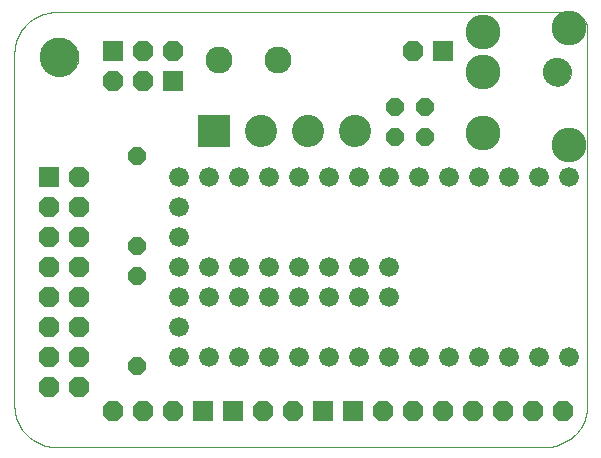
<source format=gbs>
G75*
G70*
%OFA0B0*%
%FSLAX24Y24*%
%IPPOS*%
%LPD*%
%AMOC8*
5,1,8,0,0,1.08239X$1,22.5*
%
%ADD10C,0.0000*%
%ADD11C,0.1073*%
%ADD12R,0.1073X0.1073*%
%ADD13C,0.0900*%
%ADD14R,0.0680X0.0680*%
%ADD15OC8,0.0680*%
%ADD16C,0.1162*%
%ADD17C,0.0946*%
%ADD18C,0.1300*%
%ADD19OC8,0.0600*%
%ADD20C,0.0660*%
D10*
X001600Y004500D02*
X017900Y004500D01*
X017973Y004502D01*
X018046Y004508D01*
X018119Y004517D01*
X018191Y004531D01*
X018262Y004548D01*
X018333Y004569D01*
X018402Y004593D01*
X018469Y004621D01*
X018536Y004653D01*
X018600Y004688D01*
X018662Y004726D01*
X018723Y004767D01*
X018781Y004812D01*
X018837Y004860D01*
X018890Y004910D01*
X018940Y004963D01*
X018988Y005019D01*
X019033Y005077D01*
X019074Y005138D01*
X019112Y005200D01*
X019147Y005264D01*
X019179Y005331D01*
X019207Y005398D01*
X019231Y005467D01*
X019252Y005538D01*
X019269Y005609D01*
X019283Y005681D01*
X019292Y005754D01*
X019298Y005827D01*
X019300Y005900D01*
X019300Y018400D01*
X019301Y018445D01*
X019297Y018491D01*
X019290Y018536D01*
X019280Y018580D01*
X019266Y018623D01*
X019249Y018665D01*
X019228Y018706D01*
X019205Y018745D01*
X019178Y018782D01*
X019148Y018816D01*
X019116Y018848D01*
X019082Y018878D01*
X019045Y018905D01*
X019006Y018928D01*
X018965Y018949D01*
X018923Y018966D01*
X018880Y018980D01*
X018836Y018990D01*
X018791Y018997D01*
X018745Y019001D01*
X018700Y019000D01*
X001600Y019000D01*
X001527Y018998D01*
X001454Y018992D01*
X001381Y018983D01*
X001309Y018969D01*
X001238Y018952D01*
X001167Y018931D01*
X001098Y018907D01*
X001031Y018879D01*
X000964Y018847D01*
X000900Y018812D01*
X000838Y018774D01*
X000777Y018733D01*
X000719Y018688D01*
X000663Y018640D01*
X000610Y018590D01*
X000560Y018537D01*
X000512Y018481D01*
X000467Y018423D01*
X000426Y018362D01*
X000388Y018300D01*
X000353Y018236D01*
X000321Y018169D01*
X000293Y018102D01*
X000269Y018033D01*
X000248Y017962D01*
X000231Y017891D01*
X000217Y017819D01*
X000208Y017746D01*
X000202Y017673D01*
X000200Y017600D01*
X000200Y005900D01*
X000202Y005827D01*
X000208Y005754D01*
X000217Y005681D01*
X000231Y005609D01*
X000248Y005538D01*
X000269Y005467D01*
X000293Y005398D01*
X000321Y005331D01*
X000353Y005264D01*
X000388Y005200D01*
X000426Y005138D01*
X000467Y005077D01*
X000512Y005019D01*
X000560Y004963D01*
X000610Y004910D01*
X000663Y004860D01*
X000719Y004812D01*
X000777Y004767D01*
X000838Y004726D01*
X000900Y004688D01*
X000964Y004653D01*
X001031Y004621D01*
X001098Y004593D01*
X001167Y004569D01*
X001238Y004548D01*
X001309Y004531D01*
X001381Y004517D01*
X001454Y004508D01*
X001527Y004502D01*
X001600Y004500D01*
X001070Y017500D02*
X001072Y017550D01*
X001078Y017600D01*
X001088Y017649D01*
X001102Y017697D01*
X001119Y017744D01*
X001140Y017789D01*
X001165Y017833D01*
X001193Y017874D01*
X001225Y017913D01*
X001259Y017950D01*
X001296Y017984D01*
X001336Y018014D01*
X001378Y018041D01*
X001422Y018065D01*
X001468Y018086D01*
X001515Y018102D01*
X001563Y018115D01*
X001613Y018124D01*
X001662Y018129D01*
X001713Y018130D01*
X001763Y018127D01*
X001812Y018120D01*
X001861Y018109D01*
X001909Y018094D01*
X001955Y018076D01*
X002000Y018054D01*
X002043Y018028D01*
X002084Y017999D01*
X002123Y017967D01*
X002159Y017932D01*
X002191Y017894D01*
X002221Y017854D01*
X002248Y017811D01*
X002271Y017767D01*
X002290Y017721D01*
X002306Y017673D01*
X002318Y017624D01*
X002326Y017575D01*
X002330Y017525D01*
X002330Y017475D01*
X002326Y017425D01*
X002318Y017376D01*
X002306Y017327D01*
X002290Y017279D01*
X002271Y017233D01*
X002248Y017189D01*
X002221Y017146D01*
X002191Y017106D01*
X002159Y017068D01*
X002123Y017033D01*
X002084Y017001D01*
X002043Y016972D01*
X002000Y016946D01*
X001955Y016924D01*
X001909Y016906D01*
X001861Y016891D01*
X001812Y016880D01*
X001763Y016873D01*
X001713Y016870D01*
X001662Y016871D01*
X001613Y016876D01*
X001563Y016885D01*
X001515Y016898D01*
X001468Y016914D01*
X001422Y016935D01*
X001378Y016959D01*
X001336Y016986D01*
X001296Y017016D01*
X001259Y017050D01*
X001225Y017087D01*
X001193Y017126D01*
X001165Y017167D01*
X001140Y017211D01*
X001119Y017256D01*
X001102Y017303D01*
X001088Y017351D01*
X001078Y017400D01*
X001072Y017450D01*
X001070Y017500D01*
X017847Y017000D02*
X017849Y017042D01*
X017855Y017084D01*
X017865Y017126D01*
X017878Y017166D01*
X017896Y017205D01*
X017917Y017242D01*
X017941Y017276D01*
X017969Y017309D01*
X017999Y017339D01*
X018032Y017365D01*
X018067Y017389D01*
X018105Y017409D01*
X018144Y017425D01*
X018184Y017438D01*
X018226Y017447D01*
X018268Y017452D01*
X018311Y017453D01*
X018353Y017450D01*
X018395Y017443D01*
X018436Y017432D01*
X018476Y017417D01*
X018514Y017399D01*
X018551Y017377D01*
X018585Y017352D01*
X018617Y017324D01*
X018645Y017293D01*
X018671Y017259D01*
X018694Y017223D01*
X018713Y017186D01*
X018729Y017146D01*
X018741Y017105D01*
X018749Y017064D01*
X018753Y017021D01*
X018753Y016979D01*
X018749Y016936D01*
X018741Y016895D01*
X018729Y016854D01*
X018713Y016814D01*
X018694Y016777D01*
X018671Y016741D01*
X018645Y016707D01*
X018617Y016676D01*
X018585Y016648D01*
X018551Y016623D01*
X018514Y016601D01*
X018476Y016583D01*
X018436Y016568D01*
X018395Y016557D01*
X018353Y016550D01*
X018311Y016547D01*
X018268Y016548D01*
X018226Y016553D01*
X018184Y016562D01*
X018144Y016575D01*
X018105Y016591D01*
X018067Y016611D01*
X018032Y016635D01*
X017999Y016661D01*
X017969Y016691D01*
X017941Y016724D01*
X017917Y016758D01*
X017896Y016795D01*
X017878Y016834D01*
X017865Y016874D01*
X017855Y016916D01*
X017849Y016958D01*
X017847Y017000D01*
D11*
X011540Y015050D03*
X009980Y015050D03*
X008420Y015050D03*
D12*
X006860Y015050D03*
D13*
X007016Y017400D03*
X008984Y017400D03*
D14*
X005500Y016700D03*
X003500Y017700D03*
X001350Y013500D03*
X006500Y005700D03*
X007500Y005700D03*
X010500Y005700D03*
X011500Y005700D03*
X014500Y017700D03*
D15*
X013500Y017700D03*
X005500Y017700D03*
X004500Y017700D03*
X004500Y016700D03*
X003500Y016700D03*
X002350Y013500D03*
X002350Y012500D03*
X002350Y011500D03*
X002350Y010500D03*
X002350Y009500D03*
X002350Y008500D03*
X001350Y008500D03*
X001350Y009500D03*
X001350Y010500D03*
X001350Y011500D03*
X001350Y012500D03*
X001350Y007500D03*
X001350Y006500D03*
X002350Y006500D03*
X002350Y007500D03*
X003500Y005700D03*
X004500Y005700D03*
X005500Y005700D03*
X008500Y005700D03*
X009500Y005700D03*
X012500Y005700D03*
X013500Y005700D03*
X014500Y005700D03*
X015500Y005700D03*
X016500Y005700D03*
X017500Y005700D03*
X018500Y005700D03*
D16*
X018694Y014559D03*
X015820Y014953D03*
X015820Y017000D03*
X015820Y018339D03*
X018694Y018457D03*
D17*
X018300Y017000D03*
D18*
X001700Y017500D03*
D19*
X004300Y014200D03*
X004300Y011200D03*
X004300Y010200D03*
X004300Y007200D03*
X012900Y014850D03*
X013900Y014850D03*
X013900Y015850D03*
X012900Y015850D03*
D20*
X012700Y013500D03*
X011700Y013500D03*
X010700Y013500D03*
X009700Y013500D03*
X008700Y013500D03*
X007700Y013500D03*
X006700Y013500D03*
X005700Y013500D03*
X005700Y012500D03*
X005700Y011500D03*
X005700Y010500D03*
X005700Y009500D03*
X005700Y008500D03*
X006700Y009500D03*
X006700Y010500D03*
X007700Y010500D03*
X007700Y009500D03*
X008700Y009500D03*
X009700Y009500D03*
X009700Y010500D03*
X008700Y010500D03*
X010700Y010500D03*
X010700Y009500D03*
X011700Y009500D03*
X011700Y010500D03*
X012700Y010500D03*
X012700Y009500D03*
X012700Y007500D03*
X011700Y007500D03*
X010700Y007500D03*
X009700Y007500D03*
X008700Y007500D03*
X007700Y007500D03*
X006700Y007500D03*
X005700Y007500D03*
X013700Y007500D03*
X014700Y007500D03*
X015700Y007500D03*
X016700Y007500D03*
X017700Y007500D03*
X018700Y007500D03*
X018700Y013500D03*
X017700Y013500D03*
X016700Y013500D03*
X015700Y013500D03*
X014700Y013500D03*
X013700Y013500D03*
M02*

</source>
